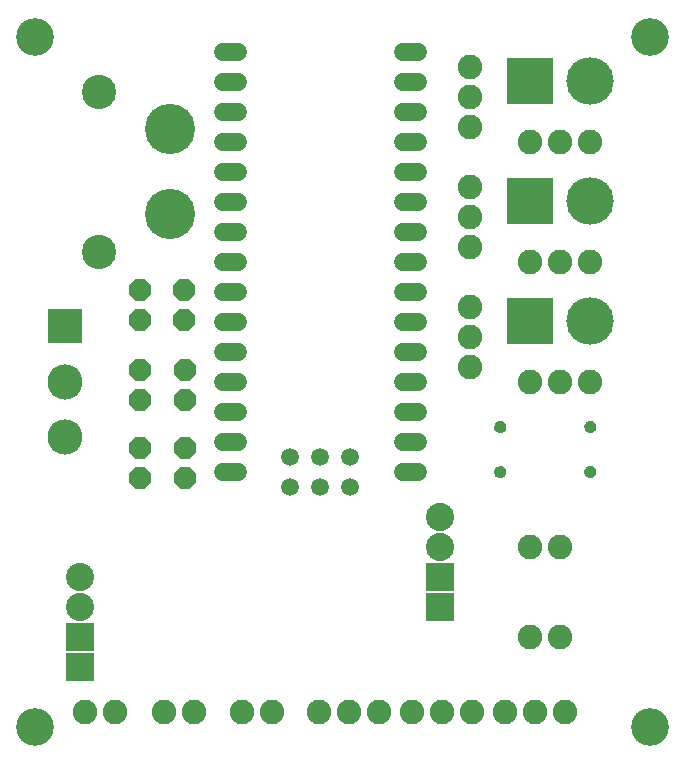
<source format=gbr>
G04 EAGLE Gerber RS-274X export*
G75*
%MOMM*%
%FSLAX34Y34*%
%LPD*%
%INSoldermask Top*%
%IPPOS*%
%AMOC8*
5,1,8,0,0,1.08239X$1,22.5*%
G01*
%ADD10C,3.203194*%
%ADD11C,2.082800*%
%ADD12P,1.951982X8X112.500000*%
%ADD13C,1.511200*%
%ADD14C,1.511200*%
%ADD15R,2.978200X2.978200*%
%ADD16C,2.978200*%
%ADD17R,2.387600X2.387600*%
%ADD18C,2.387600*%
%ADD19C,4.253200*%
%ADD20C,2.903200*%
%ADD21C,4.019200*%
%ADD22R,4.019200X4.019200*%

G36*
X495261Y236203D02*
X495261Y236203D01*
X495387Y236202D01*
X496398Y236341D01*
X496446Y236357D01*
X496536Y236376D01*
X497491Y236738D01*
X497534Y236764D01*
X497618Y236803D01*
X498468Y237367D01*
X498505Y237402D01*
X498577Y237459D01*
X499281Y238199D01*
X499309Y238241D01*
X499367Y238312D01*
X499888Y239190D01*
X499906Y239237D01*
X499947Y239319D01*
X500260Y240291D01*
X500267Y240341D01*
X500288Y240430D01*
X500377Y241448D01*
X500372Y241498D01*
X500373Y241589D01*
X500242Y242553D01*
X500226Y242601D01*
X500207Y242690D01*
X499865Y243601D01*
X499839Y243644D01*
X499800Y243728D01*
X499263Y244539D01*
X499228Y244575D01*
X499172Y244648D01*
X498468Y245320D01*
X498426Y245348D01*
X498355Y245406D01*
X497520Y245904D01*
X497472Y245922D01*
X497390Y245962D01*
X496465Y246262D01*
X496414Y246269D01*
X496325Y246291D01*
X495356Y246377D01*
X495309Y246373D01*
X495234Y246376D01*
X494258Y246274D01*
X494210Y246260D01*
X494120Y246244D01*
X493191Y245928D01*
X493147Y245904D01*
X493062Y245867D01*
X492227Y245353D01*
X492190Y245319D01*
X492115Y245265D01*
X491416Y244577D01*
X491386Y244536D01*
X491326Y244467D01*
X490797Y243640D01*
X490778Y243594D01*
X490734Y243513D01*
X490402Y242590D01*
X490394Y242540D01*
X490369Y242451D01*
X490251Y241477D01*
X490254Y241427D01*
X490250Y241341D01*
X490345Y240339D01*
X490359Y240290D01*
X490375Y240200D01*
X490691Y239244D01*
X490715Y239199D01*
X490751Y239115D01*
X491272Y238254D01*
X491305Y238216D01*
X491358Y238141D01*
X492058Y237417D01*
X492099Y237388D01*
X492168Y237327D01*
X493011Y236777D01*
X493057Y236757D01*
X493138Y236713D01*
X494082Y236365D01*
X494132Y236356D01*
X494220Y236331D01*
X495218Y236201D01*
X495261Y236203D01*
G37*
G36*
X418985Y236127D02*
X418985Y236127D01*
X419111Y236126D01*
X420122Y236265D01*
X420170Y236281D01*
X420260Y236300D01*
X421215Y236662D01*
X421258Y236688D01*
X421342Y236727D01*
X422192Y237291D01*
X422229Y237326D01*
X422301Y237383D01*
X423005Y238123D01*
X423033Y238165D01*
X423091Y238236D01*
X423612Y239114D01*
X423630Y239161D01*
X423671Y239243D01*
X423984Y240215D01*
X423991Y240265D01*
X424012Y240354D01*
X424101Y241372D01*
X424096Y241422D01*
X424097Y241513D01*
X423966Y242477D01*
X423950Y242525D01*
X423931Y242614D01*
X423589Y243525D01*
X423563Y243568D01*
X423524Y243652D01*
X422987Y244463D01*
X422952Y244499D01*
X422896Y244572D01*
X422192Y245244D01*
X422150Y245272D01*
X422079Y245330D01*
X421244Y245828D01*
X421196Y245846D01*
X421114Y245886D01*
X420189Y246186D01*
X420138Y246193D01*
X420049Y246215D01*
X419080Y246301D01*
X419033Y246297D01*
X418958Y246300D01*
X417982Y246198D01*
X417934Y246184D01*
X417844Y246168D01*
X416915Y245852D01*
X416871Y245828D01*
X416786Y245791D01*
X415951Y245277D01*
X415914Y245243D01*
X415839Y245189D01*
X415140Y244501D01*
X415110Y244460D01*
X415050Y244391D01*
X414521Y243564D01*
X414502Y243518D01*
X414458Y243437D01*
X414126Y242514D01*
X414118Y242464D01*
X414093Y242375D01*
X413975Y241401D01*
X413978Y241351D01*
X413974Y241265D01*
X414069Y240263D01*
X414083Y240214D01*
X414099Y240124D01*
X414415Y239168D01*
X414439Y239123D01*
X414475Y239039D01*
X414996Y238178D01*
X415029Y238140D01*
X415082Y238065D01*
X415782Y237341D01*
X415823Y237312D01*
X415892Y237251D01*
X416735Y236701D01*
X416781Y236681D01*
X416862Y236637D01*
X417806Y236289D01*
X417856Y236280D01*
X417944Y236255D01*
X418942Y236125D01*
X418985Y236127D01*
G37*
G36*
X495367Y274403D02*
X495367Y274403D01*
X495442Y274400D01*
X496418Y274502D01*
X496466Y274516D01*
X496556Y274532D01*
X497485Y274848D01*
X497529Y274873D01*
X497614Y274909D01*
X498449Y275423D01*
X498486Y275457D01*
X498561Y275511D01*
X499261Y276199D01*
X499290Y276240D01*
X499350Y276309D01*
X499879Y277136D01*
X499898Y277182D01*
X499942Y277263D01*
X500274Y278186D01*
X500282Y278236D01*
X500307Y278325D01*
X500425Y279299D01*
X500422Y279349D01*
X500426Y279435D01*
X500331Y280437D01*
X500317Y280486D01*
X500301Y280576D01*
X499985Y281532D01*
X499961Y281577D01*
X499926Y281661D01*
X499404Y282522D01*
X499371Y282560D01*
X499318Y282635D01*
X498618Y283359D01*
X498577Y283388D01*
X498508Y283449D01*
X497665Y283999D01*
X497619Y284019D01*
X497538Y284063D01*
X496594Y284411D01*
X496544Y284420D01*
X496456Y284445D01*
X495458Y284575D01*
X495415Y284573D01*
X495289Y284574D01*
X494278Y284435D01*
X494230Y284419D01*
X494140Y284400D01*
X493185Y284038D01*
X493142Y284012D01*
X493058Y283974D01*
X492208Y283409D01*
X492171Y283374D01*
X492099Y283317D01*
X491395Y282578D01*
X491367Y282535D01*
X491309Y282464D01*
X490788Y281586D01*
X490770Y281539D01*
X490729Y281457D01*
X490416Y280485D01*
X490409Y280435D01*
X490388Y280346D01*
X490299Y279328D01*
X490304Y279278D01*
X490303Y279187D01*
X490434Y278223D01*
X490450Y278175D01*
X490469Y278086D01*
X490811Y277175D01*
X490837Y277132D01*
X490876Y277049D01*
X491413Y276237D01*
X491448Y276201D01*
X491504Y276128D01*
X492208Y275456D01*
X492250Y275429D01*
X492321Y275370D01*
X493157Y274872D01*
X493204Y274854D01*
X493286Y274814D01*
X494212Y274514D01*
X494262Y274507D01*
X494351Y274485D01*
X495320Y274399D01*
X495367Y274403D01*
G37*
G36*
X419091Y274327D02*
X419091Y274327D01*
X419166Y274324D01*
X420142Y274426D01*
X420190Y274440D01*
X420280Y274456D01*
X421209Y274772D01*
X421253Y274797D01*
X421338Y274833D01*
X422173Y275347D01*
X422210Y275381D01*
X422285Y275435D01*
X422985Y276123D01*
X423014Y276164D01*
X423074Y276233D01*
X423603Y277060D01*
X423622Y277106D01*
X423666Y277187D01*
X423998Y278110D01*
X424006Y278160D01*
X424031Y278249D01*
X424149Y279223D01*
X424146Y279273D01*
X424150Y279359D01*
X424055Y280361D01*
X424041Y280410D01*
X424025Y280500D01*
X423709Y281456D01*
X423685Y281501D01*
X423650Y281585D01*
X423128Y282446D01*
X423095Y282484D01*
X423042Y282559D01*
X422342Y283283D01*
X422301Y283312D01*
X422232Y283373D01*
X421389Y283923D01*
X421343Y283943D01*
X421262Y283987D01*
X420318Y284335D01*
X420268Y284344D01*
X420180Y284369D01*
X419182Y284499D01*
X419139Y284497D01*
X419013Y284498D01*
X418002Y284359D01*
X417954Y284343D01*
X417864Y284324D01*
X416909Y283962D01*
X416866Y283936D01*
X416782Y283898D01*
X415932Y283333D01*
X415895Y283298D01*
X415823Y283241D01*
X415119Y282502D01*
X415091Y282459D01*
X415033Y282388D01*
X414512Y281510D01*
X414494Y281463D01*
X414453Y281381D01*
X414140Y280409D01*
X414133Y280359D01*
X414112Y280270D01*
X414023Y279252D01*
X414028Y279202D01*
X414027Y279111D01*
X414158Y278147D01*
X414174Y278099D01*
X414193Y278010D01*
X414535Y277099D01*
X414561Y277056D01*
X414600Y276973D01*
X415137Y276161D01*
X415172Y276125D01*
X415228Y276052D01*
X415932Y275380D01*
X415974Y275353D01*
X416045Y275294D01*
X416881Y274796D01*
X416928Y274778D01*
X417010Y274738D01*
X417936Y274438D01*
X417986Y274431D01*
X418075Y274409D01*
X419044Y274323D01*
X419091Y274327D01*
G37*
D10*
X546100Y25400D03*
X546100Y609600D03*
X25400Y609600D03*
X25400Y25400D03*
D11*
X226060Y38100D03*
X200660Y38100D03*
X160020Y38100D03*
X134620Y38100D03*
D12*
X114300Y302260D03*
X114300Y327660D03*
X152400Y302260D03*
X152400Y327660D03*
X114300Y369570D03*
X114300Y394970D03*
X151130Y369570D03*
X151130Y394970D03*
D13*
X336360Y241300D02*
X349440Y241300D01*
X349440Y266700D02*
X336360Y266700D01*
X336360Y292100D02*
X349440Y292100D01*
X349440Y317500D02*
X336360Y317500D01*
X336360Y342900D02*
X349440Y342900D01*
X349440Y368300D02*
X336360Y368300D01*
X336360Y393700D02*
X349440Y393700D01*
X349440Y419100D02*
X336360Y419100D01*
X336360Y444500D02*
X349440Y444500D01*
X349440Y469900D02*
X336360Y469900D01*
X336360Y495300D02*
X349440Y495300D01*
X349440Y520700D02*
X336360Y520700D01*
X197040Y241300D02*
X183960Y241300D01*
X183960Y266700D02*
X197040Y266700D01*
X197040Y292100D02*
X183960Y292100D01*
X183960Y444500D02*
X197040Y444500D01*
X197040Y469900D02*
X183960Y469900D01*
X183960Y495300D02*
X197040Y495300D01*
X197040Y520700D02*
X183960Y520700D01*
X183960Y596900D02*
X197040Y596900D01*
X336360Y596900D02*
X349440Y596900D01*
X349440Y571500D02*
X336360Y571500D01*
X336360Y546100D02*
X349440Y546100D01*
X197040Y571500D02*
X183960Y571500D01*
X183960Y546100D02*
X197040Y546100D01*
X197040Y317500D02*
X183960Y317500D01*
D14*
X241300Y254000D03*
X266700Y254000D03*
X292100Y254000D03*
D13*
X197040Y419100D02*
X183960Y419100D01*
X183960Y393700D02*
X197040Y393700D01*
X197040Y368300D02*
X183960Y368300D01*
X183960Y342900D02*
X197040Y342900D01*
D14*
X241300Y228600D03*
X266700Y228600D03*
X292100Y228600D03*
D11*
X92710Y38100D03*
X67310Y38100D03*
D15*
X50800Y364500D03*
D16*
X50800Y317500D03*
X50800Y270500D03*
D17*
X368300Y127000D03*
D18*
X368300Y177800D03*
X368300Y203200D03*
D17*
X368300Y152400D03*
X63500Y76200D03*
D18*
X63500Y127000D03*
X63500Y152400D03*
D17*
X63500Y101600D03*
D11*
X393700Y584200D03*
X393700Y558800D03*
X393700Y533400D03*
X393700Y482600D03*
X393700Y457200D03*
X393700Y431800D03*
X393700Y381000D03*
X393700Y355600D03*
X393700Y330200D03*
X444500Y177800D03*
X469900Y177800D03*
D12*
X114300Y236220D03*
X114300Y261620D03*
X152400Y236220D03*
X152400Y261620D03*
D11*
X444500Y101600D03*
X469900Y101600D03*
X444500Y520700D03*
X469900Y520700D03*
X495300Y520700D03*
X444500Y419100D03*
X469900Y419100D03*
X495300Y419100D03*
X444500Y317500D03*
X469900Y317500D03*
X495300Y317500D03*
D19*
X139700Y459300D03*
X139700Y531300D03*
D20*
X79700Y562800D03*
X79700Y427800D03*
D21*
X494700Y572100D03*
D22*
X444700Y572100D03*
D21*
X494700Y470500D03*
D22*
X444700Y470500D03*
D21*
X494700Y368900D03*
D22*
X444700Y368900D03*
D11*
X316230Y38100D03*
X290830Y38100D03*
X265430Y38100D03*
X394970Y38100D03*
X369570Y38100D03*
X344170Y38100D03*
X473710Y38100D03*
X448310Y38100D03*
X422910Y38100D03*
M02*

</source>
